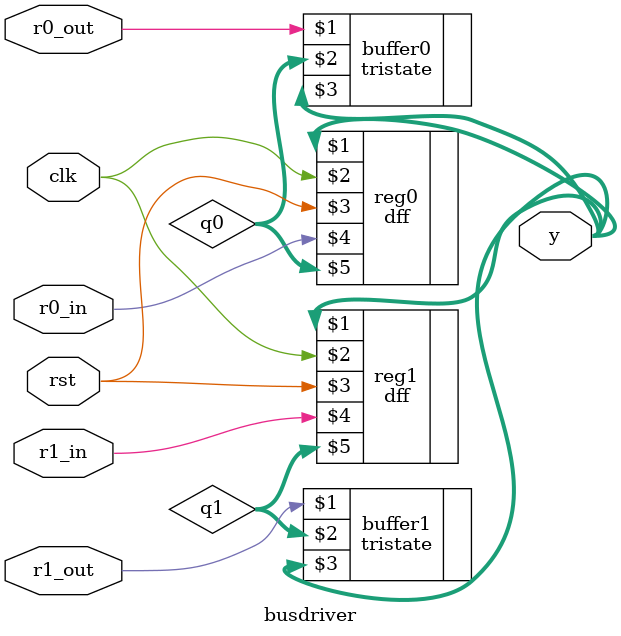
<source format=v>
module busdriver(r0_in, r1_in, r0_out, r1_out, clk, rst, y);
  input r0_in, r1_in, r0_out, r1_out, clk, rst;
  output wire [3:0] y;
  wire [3:0] q0, q1;
  dff reg0(y, clk, rst, r0_in, q0);
  dff reg1(y, clk, rst, r1_in, q1);
  tristate buffer0(r0_out, q0, y);
  tristate buffer1(r1_out, q1, y);
endmodule
</source>
